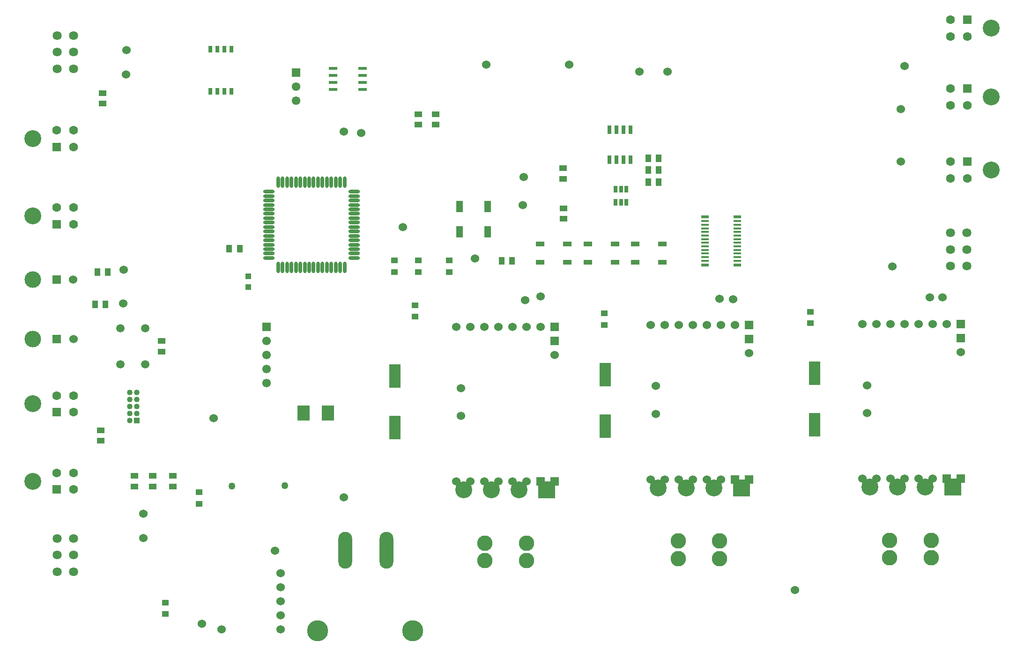
<source format=gbr>
%TF.GenerationSoftware,Altium Limited,Altium Designer,20.1.14 (287)*%
G04 Layer_Color=255*
%FSLAX25Y25*%
%MOIN*%
%TF.SameCoordinates,420D9B4C-C7A0-47ED-81AF-82C992674030*%
%TF.FilePolarity,Positive*%
%TF.FileFunction,Pads,Top*%
%TF.Part,Single*%
G01*
G75*
%TA.AperFunction,SMDPad,CuDef*%
%ADD10R,0.04134X0.05512*%
%ADD11R,0.05512X0.04134*%
%ADD12R,0.05906X0.03543*%
%ADD13R,0.04724X0.04331*%
%ADD14R,0.02992X0.05000*%
%ADD15O,0.02362X0.08071*%
%ADD16O,0.08071X0.02362*%
%ADD17R,0.02559X0.06004*%
%ADD18R,0.05315X0.01575*%
%ADD19R,0.05315X0.02362*%
%ADD20R,0.08268X0.16929*%
%ADD21R,0.08500X0.10799*%
%ADD22R,0.03937X0.03937*%
%ADD23R,0.05118X0.08268*%
%ADD24R,0.02756X0.05118*%
%ADD25R,0.05906X0.02362*%
%TA.AperFunction,ComponentPad*%
%ADD37C,0.12008*%
%ADD38C,0.06319*%
%ADD39R,0.06319X0.06319*%
%ADD40C,0.05000*%
%ADD41C,0.06000*%
%ADD42R,0.12000X0.12000*%
%ADD43C,0.12000*%
%ADD44R,0.06000X0.06000*%
%ADD45O,0.09900X0.26300*%
%ADD46C,0.15000*%
%ADD47C,0.10984*%
%ADD48C,0.06417*%
%ADD49C,0.05898*%
%ADD50R,0.06024X0.06024*%
%ADD51C,0.06024*%
%ADD52C,0.11811*%
%ADD53C,0.04000*%
%ADD54R,0.04000X0.04000*%
%ADD55C,0.06102*%
%ADD56R,0.06102X0.06102*%
D10*
X354260Y282000D02*
D03*
X361740D02*
D03*
X66760Y274000D02*
D03*
X74240D02*
D03*
X65020Y251000D02*
D03*
X72500D02*
D03*
X466240Y338000D02*
D03*
X458760D02*
D03*
X458760Y346500D02*
D03*
X466240D02*
D03*
Y355000D02*
D03*
X458760D02*
D03*
X168000Y290500D02*
D03*
X160520D02*
D03*
D11*
X69000Y153760D02*
D03*
Y161240D02*
D03*
X106000Y121260D02*
D03*
Y128740D02*
D03*
X93000Y121260D02*
D03*
Y128740D02*
D03*
X398500Y311760D02*
D03*
Y319240D02*
D03*
X112500Y224740D02*
D03*
Y217260D02*
D03*
X398000Y340260D02*
D03*
Y347740D02*
D03*
X70500Y393760D02*
D03*
Y401240D02*
D03*
X295000Y378760D02*
D03*
Y386240D02*
D03*
X307500Y378760D02*
D03*
Y386240D02*
D03*
X120500Y128740D02*
D03*
Y121260D02*
D03*
D12*
X381854Y281004D02*
D03*
Y293996D02*
D03*
X401146D02*
D03*
Y281004D02*
D03*
X449354D02*
D03*
Y293996D02*
D03*
X468646D02*
D03*
Y281004D02*
D03*
X435146D02*
D03*
Y293996D02*
D03*
X415854D02*
D03*
Y281004D02*
D03*
D13*
X317000Y273866D02*
D03*
Y282134D02*
D03*
X295000D02*
D03*
Y273866D02*
D03*
X574031Y237366D02*
D03*
Y245634D02*
D03*
X278000Y282134D02*
D03*
Y273866D02*
D03*
X115000Y30366D02*
D03*
Y38634D02*
D03*
X427500Y236232D02*
D03*
Y244500D02*
D03*
X292683Y242049D02*
D03*
Y250317D02*
D03*
X139000Y117134D02*
D03*
Y108866D02*
D03*
D14*
X162000Y432500D02*
D03*
X157000D02*
D03*
X152000D02*
D03*
X147000D02*
D03*
Y402500D02*
D03*
X152000D02*
D03*
X157000D02*
D03*
X162000D02*
D03*
D15*
X195378Y277185D02*
D03*
X198528D02*
D03*
X201677D02*
D03*
X204827D02*
D03*
X207976D02*
D03*
X211126D02*
D03*
X214276D02*
D03*
X217425D02*
D03*
X220575D02*
D03*
X223724D02*
D03*
X226874D02*
D03*
X230024D02*
D03*
X233173D02*
D03*
X236323D02*
D03*
X239472D02*
D03*
X242622D02*
D03*
Y337815D02*
D03*
X239472D02*
D03*
X236323D02*
D03*
X233173D02*
D03*
X230024D02*
D03*
X226874D02*
D03*
X223724D02*
D03*
X220575D02*
D03*
X217425D02*
D03*
X214276D02*
D03*
X211126D02*
D03*
X207976D02*
D03*
X204827D02*
D03*
X201677D02*
D03*
X198528D02*
D03*
X195378D02*
D03*
D16*
X249315Y283878D02*
D03*
Y287028D02*
D03*
Y290177D02*
D03*
Y293327D02*
D03*
Y296476D02*
D03*
Y299626D02*
D03*
Y302776D02*
D03*
Y305925D02*
D03*
Y309075D02*
D03*
Y312224D02*
D03*
Y315374D02*
D03*
Y318524D02*
D03*
Y321673D02*
D03*
Y324823D02*
D03*
Y327972D02*
D03*
Y331122D02*
D03*
X188685D02*
D03*
Y327972D02*
D03*
Y324823D02*
D03*
Y321673D02*
D03*
Y318524D02*
D03*
Y315374D02*
D03*
Y312224D02*
D03*
Y309075D02*
D03*
Y305925D02*
D03*
Y302776D02*
D03*
Y299626D02*
D03*
Y296476D02*
D03*
Y293327D02*
D03*
Y290177D02*
D03*
Y287028D02*
D03*
Y283878D02*
D03*
D17*
X431000Y354000D02*
D03*
X436000D02*
D03*
X441000D02*
D03*
X446000D02*
D03*
Y375165D02*
D03*
X441000D02*
D03*
X436000D02*
D03*
X431000D02*
D03*
D18*
X498984Y287043D02*
D03*
Y284484D02*
D03*
Y281925D02*
D03*
Y289602D02*
D03*
Y292161D02*
D03*
X522016D02*
D03*
Y289602D02*
D03*
Y281925D02*
D03*
Y284484D02*
D03*
Y287043D02*
D03*
Y294721D02*
D03*
Y297280D02*
D03*
Y299839D02*
D03*
Y302398D02*
D03*
Y310075D02*
D03*
Y307516D02*
D03*
Y304957D02*
D03*
X498984D02*
D03*
Y307516D02*
D03*
Y310075D02*
D03*
Y302398D02*
D03*
Y299839D02*
D03*
Y297280D02*
D03*
Y294721D02*
D03*
D19*
X522016Y278972D02*
D03*
Y313028D02*
D03*
X498984D02*
D03*
Y278972D02*
D03*
D20*
X278500Y199807D02*
D03*
Y163193D02*
D03*
X428000Y200807D02*
D03*
Y164193D02*
D03*
X577000Y201807D02*
D03*
Y165193D02*
D03*
D21*
X213299Y173500D02*
D03*
X230701D02*
D03*
D22*
X174000Y263063D02*
D03*
Y270937D02*
D03*
D23*
X324500Y320610D02*
D03*
X344500D02*
D03*
Y302500D02*
D03*
X324500D02*
D03*
D24*
X443000Y332949D02*
D03*
X439260D02*
D03*
X435520D02*
D03*
Y323500D02*
D03*
X439260D02*
D03*
X443000D02*
D03*
D25*
X234567Y404000D02*
D03*
Y409000D02*
D03*
Y414000D02*
D03*
Y419000D02*
D03*
X255433D02*
D03*
Y414000D02*
D03*
Y409000D02*
D03*
Y404000D02*
D03*
D37*
X20856Y313819D02*
D03*
Y368895D02*
D03*
Y180093D02*
D03*
Y125017D02*
D03*
X702644Y447500D02*
D03*
Y398594D02*
D03*
Y346500D02*
D03*
D38*
X49675Y319724D02*
D03*
Y307913D02*
D03*
X37864Y319724D02*
D03*
Y374800D02*
D03*
X49675Y362989D02*
D03*
Y374800D02*
D03*
Y185998D02*
D03*
Y174187D02*
D03*
X37864Y185998D02*
D03*
X49675Y130923D02*
D03*
Y119112D02*
D03*
X37864Y130923D02*
D03*
X685636Y441595D02*
D03*
X673825Y453406D02*
D03*
Y441595D02*
D03*
X685636Y392689D02*
D03*
X673825Y404500D02*
D03*
Y392689D02*
D03*
X685636Y340595D02*
D03*
X673825Y352406D02*
D03*
Y340595D02*
D03*
D39*
X37864Y307913D02*
D03*
Y362989D02*
D03*
Y174187D02*
D03*
Y119112D02*
D03*
X685636Y453406D02*
D03*
Y404500D02*
D03*
Y352406D02*
D03*
D40*
X200000Y122000D02*
D03*
X162500Y121500D02*
D03*
D41*
X325500Y171500D02*
D03*
Y191200D02*
D03*
X392000Y214700D02*
D03*
X382000Y234700D02*
D03*
X372000D02*
D03*
X362000D02*
D03*
X352000D02*
D03*
X342000D02*
D03*
X332000D02*
D03*
X322000D02*
D03*
Y124700D02*
D03*
X332000D02*
D03*
X342000D02*
D03*
X352000D02*
D03*
X362000D02*
D03*
X372000D02*
D03*
X149500Y170000D02*
D03*
X452500Y416500D02*
D03*
X242000Y113500D02*
D03*
X472500Y416500D02*
D03*
X563000Y47500D02*
D03*
X85500Y275500D02*
D03*
X614500Y173500D02*
D03*
Y193200D02*
D03*
X681000Y216700D02*
D03*
X671000Y236700D02*
D03*
X661000D02*
D03*
X651000D02*
D03*
X641000D02*
D03*
X631000D02*
D03*
X621000D02*
D03*
X611000D02*
D03*
Y126700D02*
D03*
X621000D02*
D03*
X631000D02*
D03*
X641000D02*
D03*
X651000D02*
D03*
X661000D02*
D03*
X254500Y373000D02*
D03*
X242000Y374000D02*
D03*
X659000Y256000D02*
D03*
X509500Y255000D02*
D03*
X382000Y256500D02*
D03*
X371000Y254000D02*
D03*
X668000Y256000D02*
D03*
X638500Y352500D02*
D03*
Y390000D02*
D03*
X641000Y420500D02*
D03*
X87000Y414500D02*
D03*
X87500Y432000D02*
D03*
X99500Y84500D02*
D03*
Y102000D02*
D03*
X85000Y251500D02*
D03*
X284000Y306000D02*
D03*
X369500Y321500D02*
D03*
X370000Y341500D02*
D03*
X335500Y283500D02*
D03*
X632500Y278000D02*
D03*
X343472Y421500D02*
D03*
X402528D02*
D03*
X519000Y254500D02*
D03*
X510500Y126200D02*
D03*
X500500D02*
D03*
X490500D02*
D03*
X480500D02*
D03*
X470500D02*
D03*
X460500D02*
D03*
Y236200D02*
D03*
X470500D02*
D03*
X480500D02*
D03*
X490500D02*
D03*
X500500D02*
D03*
X510500D02*
D03*
X520500D02*
D03*
X530500Y216200D02*
D03*
X464000Y192700D02*
D03*
Y173000D02*
D03*
X197000Y59500D02*
D03*
Y49500D02*
D03*
Y39500D02*
D03*
Y29500D02*
D03*
Y19500D02*
D03*
X155000D02*
D03*
X193000Y75500D02*
D03*
X141000Y23500D02*
D03*
D42*
X386500Y118700D02*
D03*
X675500Y120700D02*
D03*
X525000Y120200D02*
D03*
D43*
X366800Y118700D02*
D03*
X347100D02*
D03*
X327400D02*
D03*
X655800Y120700D02*
D03*
X636100D02*
D03*
X616400D02*
D03*
X465900Y120200D02*
D03*
X485600D02*
D03*
X505300D02*
D03*
D44*
X392000Y224700D02*
D03*
Y234700D02*
D03*
X382000Y124700D02*
D03*
X392000D02*
D03*
X681000Y226700D02*
D03*
Y236700D02*
D03*
X671000Y126700D02*
D03*
X681000D02*
D03*
X530500Y126200D02*
D03*
X520500D02*
D03*
X530500Y236200D02*
D03*
Y226200D02*
D03*
D45*
X272400Y76000D02*
D03*
X243000D02*
D03*
D46*
X291000Y18500D02*
D03*
X223500D02*
D03*
D47*
X372000Y68500D02*
D03*
Y81020D02*
D03*
X342512Y68500D02*
D03*
Y81020D02*
D03*
X480000Y82520D02*
D03*
Y70000D02*
D03*
X509488Y82520D02*
D03*
Y70000D02*
D03*
X660000Y70500D02*
D03*
Y83020D02*
D03*
X630512Y70500D02*
D03*
Y83020D02*
D03*
D48*
X685492Y278189D02*
D03*
Y290000D02*
D03*
Y301811D02*
D03*
X673681D02*
D03*
Y290000D02*
D03*
Y278189D02*
D03*
X38008Y442311D02*
D03*
Y430500D02*
D03*
Y418689D02*
D03*
X49819D02*
D03*
Y430500D02*
D03*
Y442311D02*
D03*
X38008Y84311D02*
D03*
Y72500D02*
D03*
Y60689D02*
D03*
X49819D02*
D03*
Y72500D02*
D03*
Y84311D02*
D03*
D49*
X83142Y233795D02*
D03*
Y208205D02*
D03*
X100858D02*
D03*
Y233795D02*
D03*
D50*
X37689Y268500D02*
D03*
X37864Y226057D02*
D03*
D51*
X49500Y268500D02*
D03*
X49675Y226057D02*
D03*
D52*
X20681Y268500D02*
D03*
X20856Y226057D02*
D03*
D53*
X89823Y188028D02*
D03*
X94823D02*
D03*
X89823Y183028D02*
D03*
X94823D02*
D03*
X89823Y178028D02*
D03*
X94823D02*
D03*
X89823Y173028D02*
D03*
X94823D02*
D03*
X89823Y168028D02*
D03*
D54*
X94823D02*
D03*
D55*
X187000Y195000D02*
D03*
Y205000D02*
D03*
Y215000D02*
D03*
Y225000D02*
D03*
X208000Y406000D02*
D03*
Y396000D02*
D03*
D56*
X187000Y235000D02*
D03*
X208000Y416000D02*
D03*
%TF.MD5,9b7073f9b737c9938f2d682f1df421d6*%
M02*

</source>
